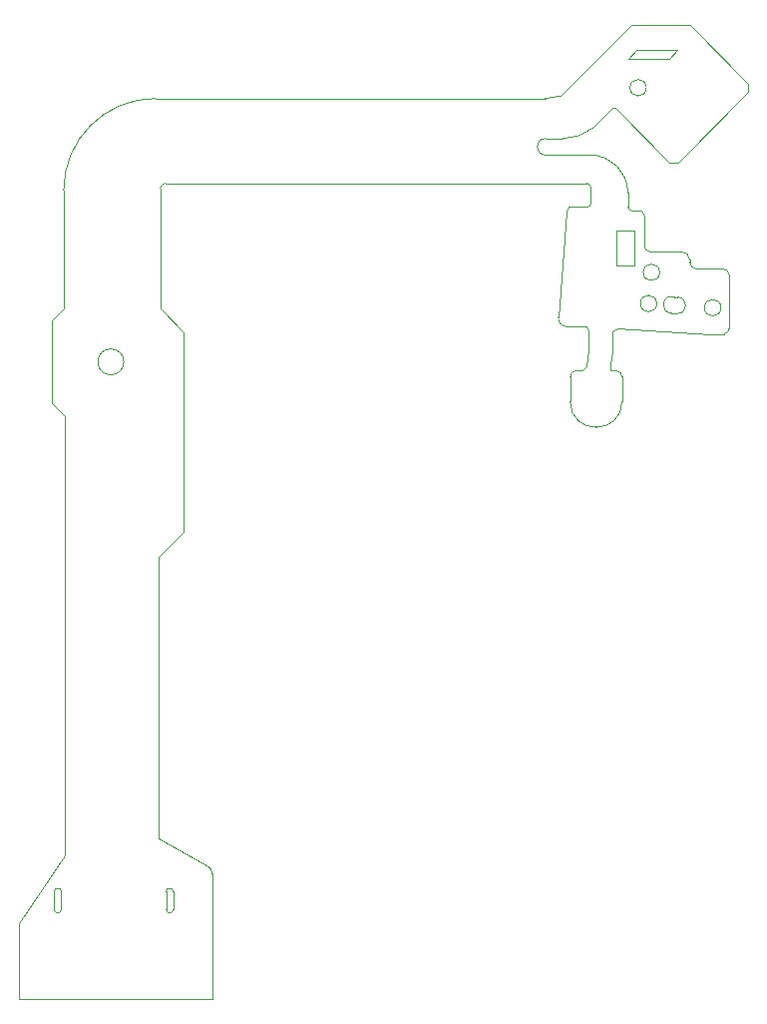
<source format=gbr>
%TF.GenerationSoftware,KiCad,Pcbnew,8.0.4-8.0.4-0~ubuntu24.04.1*%
%TF.CreationDate,2024-08-17T18:05:16+02:00*%
%TF.ProjectId,KSS-220A_Lens_Flex,4b53532d-3232-4304-915f-4c656e735f46,0.1*%
%TF.SameCoordinates,Original*%
%TF.FileFunction,Profile,NP*%
%FSLAX46Y46*%
G04 Gerber Fmt 4.6, Leading zero omitted, Abs format (unit mm)*
G04 Created by KiCad (PCBNEW 8.0.4-8.0.4-0~ubuntu24.04.1) date 2024-08-17 18:05:16*
%MOMM*%
%LPD*%
G01*
G04 APERTURE LIST*
%TA.AperFunction,Profile*%
%ADD10C,0.050000*%
%TD*%
%TA.AperFunction,Profile*%
%ADD11C,0.120000*%
%TD*%
%TA.AperFunction,Profile*%
%ADD12C,0.100000*%
%TD*%
G04 APERTURE END LIST*
D10*
X92400000Y-44750000D02*
X92200000Y-45150000D01*
X103200000Y-50000000D02*
G75*
G02*
X102650000Y-49450000I0J550000D01*
G01*
X94000000Y-44750000D02*
X92400000Y-44750000D01*
X99850000Y-52950000D02*
G75*
G02*
X98450000Y-52950000I-700000J0D01*
G01*
X98450000Y-52950000D02*
G75*
G02*
X99850000Y-52950000I700000J0D01*
G01*
X105450000Y-50000000D02*
X103200000Y-50000000D01*
X100100000Y-50300000D02*
G75*
G02*
X98700000Y-50300000I-700000J0D01*
G01*
X98700000Y-50300000D02*
G75*
G02*
X100100000Y-50300000I700000J0D01*
G01*
X97700000Y-45050000D02*
G75*
G02*
X97400000Y-44750000I0J300000D01*
G01*
X106000000Y-55050000D02*
X106000000Y-50550000D01*
X105300000Y-53300000D02*
G75*
G02*
X103900000Y-53300000I-700000J0D01*
G01*
X103900000Y-53300000D02*
G75*
G02*
X105300000Y-53300000I700000J0D01*
G01*
X96050000Y-55350000D02*
X96500000Y-55050000D01*
X93400000Y-42750000D02*
X93900000Y-42750000D01*
X90400000Y-38950000D02*
X91850000Y-38950000D01*
X96500000Y-55050000D02*
X104400000Y-55600000D01*
X92200000Y-45150000D02*
X91500000Y-54100000D01*
X98350000Y-45050000D02*
X97700000Y-45050000D01*
X97400000Y-43550000D02*
X97400000Y-44350000D01*
X101950000Y-48550000D02*
X99250001Y-48549999D01*
X97400000Y-44350000D02*
X97400000Y-44750000D01*
X101950000Y-48550000D02*
G75*
G02*
X102650000Y-49250000I0J-700000D01*
G01*
X94250000Y-44500000D02*
G75*
G02*
X94000000Y-44750000I-250000J0D01*
G01*
X92200000Y-54900000D02*
G75*
G02*
X91499944Y-54099992I0J706300D01*
G01*
X106000000Y-55050000D02*
G75*
G02*
X105550000Y-55550000I-550000J42500D01*
G01*
X98800002Y-48100000D02*
X98800000Y-45500000D01*
X101600000Y-52400000D02*
G75*
G02*
X101600000Y-53800000I0J-700000D01*
G01*
X94200000Y-40350000D02*
G75*
G02*
X97400000Y-43550000I0J-3200000D01*
G01*
X101100000Y-53750000D02*
G75*
G02*
X101100000Y-52350000I0J700000D01*
G01*
X92200000Y-54900000D02*
X93850000Y-54900000D01*
X104400000Y-55600000D02*
X105550000Y-55550000D01*
X102650000Y-49450000D02*
X102650000Y-49250000D01*
X99250001Y-48549999D02*
G75*
G02*
X98800001Y-48100000I-1J449999D01*
G01*
X96400000Y-46750000D02*
X97950000Y-46750000D01*
X97950000Y-49750000D01*
X96400000Y-49750000D01*
X96400000Y-46750000D01*
X94415759Y-38072361D02*
G75*
G02*
X91850000Y-38950025I-2552359J3272361D01*
G01*
X91693398Y-35350000D02*
G75*
G02*
X90400000Y-35549993I-1288398J4050000D01*
G01*
X101100000Y-52350000D02*
X101600000Y-52400000D01*
X94250000Y-43100000D02*
X94250000Y-44500000D01*
X101100000Y-53750000D02*
X101600000Y-53800000D01*
X98350000Y-45050001D02*
G75*
G02*
X98799999Y-45500000I0J-449999D01*
G01*
X105450000Y-50000000D02*
G75*
G02*
X106000000Y-50550000I0J-550000D01*
G01*
X90400000Y-40350000D02*
G75*
G02*
X90400000Y-38950000I0J700000D01*
G01*
X93850000Y-54900000D02*
X94050000Y-55350000D01*
X94200000Y-40350000D02*
X90400000Y-40350000D01*
X93900000Y-42750000D02*
G75*
G02*
X94250000Y-43100000I0J-350000D01*
G01*
D11*
%TO.C,CN5*%
X96900000Y-61250000D02*
X96900000Y-59150000D01*
X92500000Y-59150000D02*
X92500000Y-61250000D01*
X93000000Y-58650000D02*
X93550000Y-58650000D01*
X96400000Y-58650000D02*
X95950000Y-58650000D01*
X93900000Y-58300000D02*
X93550000Y-58650000D01*
X95950000Y-58000000D02*
X95950000Y-58650000D01*
X95950000Y-58000000D02*
X96050000Y-57100000D01*
X96050000Y-57100000D02*
X96050000Y-55350000D01*
X94050000Y-56850000D02*
X93900000Y-58300000D01*
X94050000Y-55350000D02*
X94050000Y-56850000D01*
X96900000Y-61250000D02*
G75*
G02*
X92500000Y-61250000I-2200000J0D01*
G01*
X92500000Y-59150000D02*
G75*
G02*
X93000000Y-58650000I500000J0D01*
G01*
X96400000Y-58650000D02*
G75*
G02*
X96900000Y-59150000I0J-500000D01*
G01*
D12*
%TO.C,CN4*%
X90400000Y-35550000D02*
X57300000Y-35550000D01*
X62100000Y-111950000D02*
X45700000Y-111950000D01*
X62100000Y-101300000D02*
X62100000Y-111950000D01*
X61941770Y-100856733D02*
X61600000Y-100600000D01*
X61600000Y-100600000D02*
X57600000Y-98350000D01*
X59700000Y-72350000D02*
X59700000Y-55400000D01*
X59700000Y-55400000D02*
X57700000Y-53400000D01*
X58800000Y-104350000D02*
X58800000Y-102850000D01*
X58200000Y-102850000D02*
X58200000Y-104350000D01*
X58150000Y-42750000D02*
X93400000Y-42750000D01*
X57700000Y-53400000D02*
X57700000Y-43200000D01*
X57600000Y-98350000D02*
X57600000Y-74450000D01*
X57600000Y-74450000D02*
X59700000Y-72350000D01*
X49600000Y-99750000D02*
X45700043Y-105550030D01*
X49600000Y-62500000D02*
X49600000Y-99750000D01*
X49500000Y-53400000D02*
X48500000Y-54400000D01*
X49500000Y-43350000D02*
X49500000Y-53400000D01*
X49300000Y-104350000D02*
X49300000Y-102850000D01*
X48700000Y-102850000D02*
X48700000Y-104350000D01*
X48500000Y-61400000D02*
X49600000Y-62500000D01*
X48500000Y-54400000D02*
X48500000Y-61400000D01*
X45700000Y-111950000D02*
X45700000Y-105550000D01*
X61941770Y-100856733D02*
G75*
G02*
X62100000Y-101300000I-541767J-443265D01*
G01*
X58800000Y-104350000D02*
G75*
G02*
X58200000Y-104350000I-300000J0D01*
G01*
X58200000Y-102850000D02*
G75*
G02*
X58800000Y-102850000I300000J0D01*
G01*
X57700000Y-43200000D02*
G75*
G02*
X58150000Y-42750000I450000J0D01*
G01*
X49500000Y-43350000D02*
G75*
G02*
X57300000Y-35550000I7800000J0D01*
G01*
X49300000Y-104350000D02*
G75*
G02*
X48700000Y-104350000I-300000J0D01*
G01*
X48700000Y-102850000D02*
G75*
G02*
X49300000Y-102850000I300000J0D01*
G01*
D10*
X54600000Y-57900000D02*
G75*
G02*
X52400000Y-57900000I-1100000J0D01*
G01*
X52400000Y-57900000D02*
G75*
G02*
X54600000Y-57900000I1100000J0D01*
G01*
D11*
%TO.C,CN3*%
X96112816Y-36375305D02*
X94415759Y-38072361D01*
X96324948Y-36375305D02*
X96112816Y-36375305D01*
X96324948Y-36375305D02*
X100921142Y-40971499D01*
X100921142Y-40971499D02*
X101663604Y-41006854D01*
X101663604Y-41006854D02*
X107638656Y-35031802D01*
X97420963Y-32168019D02*
X98128070Y-31460913D01*
X98128070Y-31460913D02*
X101592893Y-31460913D01*
X97703806Y-29339592D02*
X91693398Y-35350000D01*
X100885786Y-32168019D02*
X97420963Y-32168019D01*
X101592893Y-31460913D02*
X100885786Y-32168019D01*
X107638656Y-35031802D02*
X107638656Y-34324695D01*
X102653553Y-29339592D02*
X97703806Y-29339592D01*
X107638656Y-34324695D02*
X102653553Y-29339592D01*
X98969491Y-34642893D02*
G75*
G02*
X97569491Y-34642893I-700000J0D01*
G01*
X97569491Y-34642893D02*
G75*
G02*
X98969491Y-34642893I700000J0D01*
G01*
%TD*%
M02*

</source>
